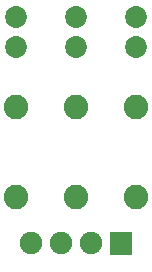
<source format=gbs>
G04 Layer: BottomSolderMaskLayer*
G04 EasyEDA v6.2.46, 2019-12-16T18:13:11+02:00*
G04 4f520af787a2458aba7336f494d3e8d0,9a472788fb3748f5b1af1517000a09b8,10*
G04 Gerber Generator version 0.2*
G04 Scale: 100 percent, Rotated: No, Reflected: No *
G04 Dimensions in millimeters *
G04 leading zeros omitted , absolute positions ,3 integer and 3 decimal *
%FSLAX33Y33*%
%MOMM*%
G90*
G71D02*

%ADD16C,1.854200*%
%ADD18C,1.903197*%
%ADD19C,2.082800*%

%LPD*%
G54D16*
G01X7620Y21590D03*
G01X7620Y24130D03*
G01X12700Y21590D03*
G01X12700Y24130D03*
G01X17780Y21590D03*
G01X17780Y24130D03*
G36*
G01X15557Y4000D02*
G01X15557Y5905D01*
G01X17462Y5905D01*
G01X17462Y4000D01*
G01X15557Y4000D01*
G37*
G54D18*
G01X13970Y4953D03*
G01X11430Y4953D03*
G01X8890Y4953D03*
G54D19*
G01X7620Y8890D03*
G01X7620Y16510D03*
G01X12700Y8890D03*
G01X12700Y16510D03*
G01X17780Y8890D03*
G01X17780Y16510D03*
M00*
M02*

</source>
